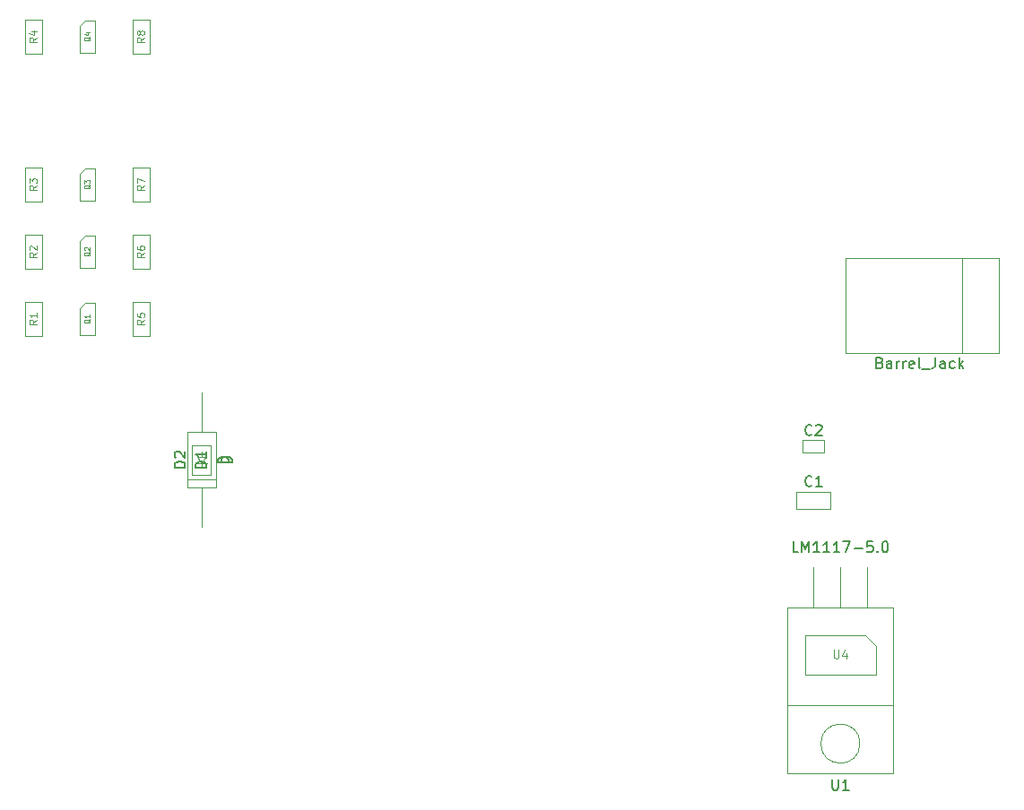
<source format=gbr>
G04 #@! TF.FileFunction,Other,Fab,Top*
%FSLAX46Y46*%
G04 Gerber Fmt 4.6, Leading zero omitted, Abs format (unit mm)*
G04 Created by KiCad (PCBNEW 4.0.4-stable) date 12/10/17 00:47:25*
%MOMM*%
%LPD*%
G01*
G04 APERTURE LIST*
%ADD10C,0.250000*%
%ADD11C,0.100000*%
%ADD12C,0.150000*%
%ADD13C,0.075000*%
%ADD14C,0.105000*%
%ADD15C,0.120000*%
G04 APERTURE END LIST*
D10*
D11*
X174930000Y-119545000D02*
X174930000Y-117945000D01*
X178130000Y-119545000D02*
X174930000Y-119545000D01*
X178130000Y-117945000D02*
X178130000Y-119545000D01*
X174930000Y-117945000D02*
X178130000Y-117945000D01*
X175530000Y-114285000D02*
X175530000Y-113045000D01*
X177530000Y-114285000D02*
X175530000Y-114285000D01*
X177530000Y-113045000D02*
X177530000Y-114285000D01*
X175530000Y-113045000D02*
X177530000Y-113045000D01*
X117395000Y-117535000D02*
X120095000Y-117535000D01*
X120095000Y-117535000D02*
X120095000Y-112335000D01*
X120095000Y-112335000D02*
X117395000Y-112335000D01*
X117395000Y-112335000D02*
X117395000Y-117535000D01*
X118745000Y-121285000D02*
X118745000Y-117535000D01*
X118745000Y-108585000D02*
X118745000Y-112335000D01*
X117395000Y-116755000D02*
X120095000Y-116755000D01*
X190540000Y-104830000D02*
X190540000Y-95830000D01*
X194040000Y-104830000D02*
X194040000Y-95830000D01*
X194040000Y-95830000D02*
X179540000Y-95830000D01*
X179540000Y-95830000D02*
X179540000Y-104830000D01*
X179540000Y-104830000D02*
X194040000Y-104830000D01*
X107250000Y-100650000D02*
X107250000Y-103100000D01*
X107800000Y-100080000D02*
X108650000Y-100080000D01*
X107250000Y-100650000D02*
X107800000Y-100080000D01*
X108650000Y-100080000D02*
X108650000Y-103120000D01*
X107250000Y-103120000D02*
X108650000Y-103120000D01*
X107250000Y-94300000D02*
X107250000Y-96750000D01*
X107800000Y-93730000D02*
X108650000Y-93730000D01*
X107250000Y-94300000D02*
X107800000Y-93730000D01*
X108650000Y-93730000D02*
X108650000Y-96770000D01*
X107250000Y-96770000D02*
X108650000Y-96770000D01*
X107250000Y-87950000D02*
X107250000Y-90400000D01*
X107800000Y-87380000D02*
X108650000Y-87380000D01*
X107250000Y-87950000D02*
X107800000Y-87380000D01*
X108650000Y-87380000D02*
X108650000Y-90420000D01*
X107250000Y-90420000D02*
X108650000Y-90420000D01*
X107250000Y-73980000D02*
X107250000Y-76430000D01*
X107800000Y-73410000D02*
X108650000Y-73410000D01*
X107250000Y-73980000D02*
X107800000Y-73410000D01*
X108650000Y-73410000D02*
X108650000Y-76450000D01*
X107250000Y-76450000D02*
X108650000Y-76450000D01*
X102070000Y-100000000D02*
X103670000Y-100000000D01*
X102070000Y-103200000D02*
X102070000Y-100000000D01*
X103670000Y-103200000D02*
X102070000Y-103200000D01*
X103670000Y-100000000D02*
X103670000Y-103200000D01*
X102070000Y-93650000D02*
X103670000Y-93650000D01*
X102070000Y-96850000D02*
X102070000Y-93650000D01*
X103670000Y-96850000D02*
X102070000Y-96850000D01*
X103670000Y-93650000D02*
X103670000Y-96850000D01*
X102070000Y-87300000D02*
X103670000Y-87300000D01*
X102070000Y-90500000D02*
X102070000Y-87300000D01*
X103670000Y-90500000D02*
X102070000Y-90500000D01*
X103670000Y-87300000D02*
X103670000Y-90500000D01*
X102070000Y-73330000D02*
X103670000Y-73330000D01*
X102070000Y-76530000D02*
X102070000Y-73330000D01*
X103670000Y-76530000D02*
X102070000Y-76530000D01*
X103670000Y-73330000D02*
X103670000Y-76530000D01*
X112230000Y-100000000D02*
X113830000Y-100000000D01*
X112230000Y-103200000D02*
X112230000Y-100000000D01*
X113830000Y-103200000D02*
X112230000Y-103200000D01*
X113830000Y-100000000D02*
X113830000Y-103200000D01*
X112230000Y-93650000D02*
X113830000Y-93650000D01*
X112230000Y-96850000D02*
X112230000Y-93650000D01*
X113830000Y-96850000D02*
X112230000Y-96850000D01*
X113830000Y-93650000D02*
X113830000Y-96850000D01*
X112230000Y-87300000D02*
X113830000Y-87300000D01*
X112230000Y-90500000D02*
X112230000Y-87300000D01*
X113830000Y-90500000D02*
X112230000Y-90500000D01*
X113830000Y-87300000D02*
X113830000Y-90500000D01*
X112230000Y-73330000D02*
X113830000Y-73330000D01*
X112230000Y-76530000D02*
X112230000Y-73330000D01*
X113830000Y-76530000D02*
X112230000Y-76530000D01*
X113830000Y-73330000D02*
X113830000Y-76530000D01*
X184070000Y-138155000D02*
X184070000Y-144555000D01*
X184070000Y-144555000D02*
X174070000Y-144555000D01*
X174070000Y-144555000D02*
X174070000Y-138155000D01*
X174070000Y-138155000D02*
X184070000Y-138155000D01*
X184070000Y-128905000D02*
X184070000Y-138155000D01*
X184070000Y-138155000D02*
X174070000Y-138155000D01*
X174070000Y-138155000D02*
X174070000Y-128905000D01*
X174070000Y-128905000D02*
X184070000Y-128905000D01*
X181610000Y-128905000D02*
X181610000Y-125095000D01*
X179070000Y-128905000D02*
X179070000Y-125095000D01*
X176530000Y-128905000D02*
X176530000Y-125095000D01*
X180920000Y-141755000D02*
G75*
G03X180920000Y-141755000I-1850000J0D01*
G01*
X118745000Y-114685000D02*
X118745000Y-114185000D01*
X119145000Y-114685000D02*
X118745000Y-115285000D01*
X118345000Y-114685000D02*
X119145000Y-114685000D01*
X118745000Y-115285000D02*
X118345000Y-114685000D01*
X118745000Y-115285000D02*
X119295000Y-115285000D01*
X118745000Y-115285000D02*
X118195000Y-115285000D01*
X118745000Y-115685000D02*
X118745000Y-115285000D01*
X119645000Y-116335000D02*
X117845000Y-116335000D01*
X119645000Y-113535000D02*
X119645000Y-116335000D01*
X117845000Y-113535000D02*
X119645000Y-113535000D01*
X117845000Y-116335000D02*
X117845000Y-113535000D01*
X181420000Y-131500000D02*
X182420000Y-132500000D01*
X181420000Y-131500000D02*
X175720000Y-131500000D01*
X182420000Y-132500000D02*
X182420000Y-135200000D01*
X175720000Y-131500000D02*
X175720000Y-135200000D01*
X182420000Y-135200000D02*
X175720000Y-135200000D01*
D12*
X176363334Y-117352143D02*
X176315715Y-117399762D01*
X176172858Y-117447381D01*
X176077620Y-117447381D01*
X175934762Y-117399762D01*
X175839524Y-117304524D01*
X175791905Y-117209286D01*
X175744286Y-117018810D01*
X175744286Y-116875952D01*
X175791905Y-116685476D01*
X175839524Y-116590238D01*
X175934762Y-116495000D01*
X176077620Y-116447381D01*
X176172858Y-116447381D01*
X176315715Y-116495000D01*
X176363334Y-116542619D01*
X177315715Y-117447381D02*
X176744286Y-117447381D01*
X177030000Y-117447381D02*
X177030000Y-116447381D01*
X176934762Y-116590238D01*
X176839524Y-116685476D01*
X176744286Y-116733095D01*
X176363334Y-112522143D02*
X176315715Y-112569762D01*
X176172858Y-112617381D01*
X176077620Y-112617381D01*
X175934762Y-112569762D01*
X175839524Y-112474524D01*
X175791905Y-112379286D01*
X175744286Y-112188810D01*
X175744286Y-112045952D01*
X175791905Y-111855476D01*
X175839524Y-111760238D01*
X175934762Y-111665000D01*
X176077620Y-111617381D01*
X176172858Y-111617381D01*
X176315715Y-111665000D01*
X176363334Y-111712619D01*
X176744286Y-111712619D02*
X176791905Y-111665000D01*
X176887143Y-111617381D01*
X177125239Y-111617381D01*
X177220477Y-111665000D01*
X177268096Y-111712619D01*
X177315715Y-111807857D01*
X177315715Y-111903095D01*
X177268096Y-112045952D01*
X176696667Y-112617381D01*
X177315715Y-112617381D01*
X121607381Y-115196905D02*
X120607381Y-115196905D01*
X120607381Y-114958810D01*
X120655000Y-114815952D01*
X120750238Y-114720714D01*
X120845476Y-114673095D01*
X121035952Y-114625476D01*
X121178810Y-114625476D01*
X121369286Y-114673095D01*
X121464524Y-114720714D01*
X121559762Y-114815952D01*
X121607381Y-114958810D01*
X121607381Y-115196905D01*
X119197381Y-115673095D02*
X118197381Y-115673095D01*
X118197381Y-115435000D01*
X118245000Y-115292142D01*
X118340238Y-115196904D01*
X118435476Y-115149285D01*
X118625952Y-115101666D01*
X118768810Y-115101666D01*
X118959286Y-115149285D01*
X119054524Y-115196904D01*
X119149762Y-115292142D01*
X119197381Y-115435000D01*
X119197381Y-115673095D01*
X119197381Y-114149285D02*
X119197381Y-114720714D01*
X119197381Y-114435000D02*
X118197381Y-114435000D01*
X118340238Y-114530238D01*
X118435476Y-114625476D01*
X118483095Y-114720714D01*
X182801904Y-105758571D02*
X182944761Y-105806190D01*
X182992380Y-105853810D01*
X183039999Y-105949048D01*
X183039999Y-106091905D01*
X182992380Y-106187143D01*
X182944761Y-106234762D01*
X182849523Y-106282381D01*
X182468570Y-106282381D01*
X182468570Y-105282381D01*
X182801904Y-105282381D01*
X182897142Y-105330000D01*
X182944761Y-105377619D01*
X182992380Y-105472857D01*
X182992380Y-105568095D01*
X182944761Y-105663333D01*
X182897142Y-105710952D01*
X182801904Y-105758571D01*
X182468570Y-105758571D01*
X183897142Y-106282381D02*
X183897142Y-105758571D01*
X183849523Y-105663333D01*
X183754285Y-105615714D01*
X183563808Y-105615714D01*
X183468570Y-105663333D01*
X183897142Y-106234762D02*
X183801904Y-106282381D01*
X183563808Y-106282381D01*
X183468570Y-106234762D01*
X183420951Y-106139524D01*
X183420951Y-106044286D01*
X183468570Y-105949048D01*
X183563808Y-105901429D01*
X183801904Y-105901429D01*
X183897142Y-105853810D01*
X184373332Y-106282381D02*
X184373332Y-105615714D01*
X184373332Y-105806190D02*
X184420951Y-105710952D01*
X184468570Y-105663333D01*
X184563808Y-105615714D01*
X184659047Y-105615714D01*
X184992380Y-106282381D02*
X184992380Y-105615714D01*
X184992380Y-105806190D02*
X185039999Y-105710952D01*
X185087618Y-105663333D01*
X185182856Y-105615714D01*
X185278095Y-105615714D01*
X185992381Y-106234762D02*
X185897143Y-106282381D01*
X185706666Y-106282381D01*
X185611428Y-106234762D01*
X185563809Y-106139524D01*
X185563809Y-105758571D01*
X185611428Y-105663333D01*
X185706666Y-105615714D01*
X185897143Y-105615714D01*
X185992381Y-105663333D01*
X186040000Y-105758571D01*
X186040000Y-105853810D01*
X185563809Y-105949048D01*
X186611428Y-106282381D02*
X186516190Y-106234762D01*
X186468571Y-106139524D01*
X186468571Y-105282381D01*
X186754286Y-106377619D02*
X187516191Y-106377619D01*
X188040001Y-105282381D02*
X188040001Y-105996667D01*
X187992381Y-106139524D01*
X187897143Y-106234762D01*
X187754286Y-106282381D01*
X187659048Y-106282381D01*
X188944763Y-106282381D02*
X188944763Y-105758571D01*
X188897144Y-105663333D01*
X188801906Y-105615714D01*
X188611429Y-105615714D01*
X188516191Y-105663333D01*
X188944763Y-106234762D02*
X188849525Y-106282381D01*
X188611429Y-106282381D01*
X188516191Y-106234762D01*
X188468572Y-106139524D01*
X188468572Y-106044286D01*
X188516191Y-105949048D01*
X188611429Y-105901429D01*
X188849525Y-105901429D01*
X188944763Y-105853810D01*
X189849525Y-106234762D02*
X189754287Y-106282381D01*
X189563810Y-106282381D01*
X189468572Y-106234762D01*
X189420953Y-106187143D01*
X189373334Y-106091905D01*
X189373334Y-105806190D01*
X189420953Y-105710952D01*
X189468572Y-105663333D01*
X189563810Y-105615714D01*
X189754287Y-105615714D01*
X189849525Y-105663333D01*
X190278096Y-106282381D02*
X190278096Y-105282381D01*
X190373334Y-105901429D02*
X190659049Y-106282381D01*
X190659049Y-105615714D02*
X190278096Y-105996667D01*
D13*
X108223810Y-101647619D02*
X108200000Y-101695238D01*
X108152381Y-101742857D01*
X108080952Y-101814286D01*
X108057143Y-101861905D01*
X108057143Y-101909524D01*
X108176190Y-101885714D02*
X108152381Y-101933333D01*
X108104762Y-101980952D01*
X108009524Y-102004762D01*
X107842857Y-102004762D01*
X107747619Y-101980952D01*
X107700000Y-101933333D01*
X107676190Y-101885714D01*
X107676190Y-101790476D01*
X107700000Y-101742857D01*
X107747619Y-101695238D01*
X107842857Y-101671429D01*
X108009524Y-101671429D01*
X108104762Y-101695238D01*
X108152381Y-101742857D01*
X108176190Y-101790476D01*
X108176190Y-101885714D01*
X108176190Y-101195238D02*
X108176190Y-101480952D01*
X108176190Y-101338095D02*
X107676190Y-101338095D01*
X107747619Y-101385714D01*
X107795238Y-101433333D01*
X107819048Y-101480952D01*
X108223810Y-95297619D02*
X108200000Y-95345238D01*
X108152381Y-95392857D01*
X108080952Y-95464286D01*
X108057143Y-95511905D01*
X108057143Y-95559524D01*
X108176190Y-95535714D02*
X108152381Y-95583333D01*
X108104762Y-95630952D01*
X108009524Y-95654762D01*
X107842857Y-95654762D01*
X107747619Y-95630952D01*
X107700000Y-95583333D01*
X107676190Y-95535714D01*
X107676190Y-95440476D01*
X107700000Y-95392857D01*
X107747619Y-95345238D01*
X107842857Y-95321429D01*
X108009524Y-95321429D01*
X108104762Y-95345238D01*
X108152381Y-95392857D01*
X108176190Y-95440476D01*
X108176190Y-95535714D01*
X107723810Y-95130952D02*
X107700000Y-95107142D01*
X107676190Y-95059523D01*
X107676190Y-94940476D01*
X107700000Y-94892857D01*
X107723810Y-94869047D01*
X107771429Y-94845238D01*
X107819048Y-94845238D01*
X107890476Y-94869047D01*
X108176190Y-95154761D01*
X108176190Y-94845238D01*
X108223810Y-88947619D02*
X108200000Y-88995238D01*
X108152381Y-89042857D01*
X108080952Y-89114286D01*
X108057143Y-89161905D01*
X108057143Y-89209524D01*
X108176190Y-89185714D02*
X108152381Y-89233333D01*
X108104762Y-89280952D01*
X108009524Y-89304762D01*
X107842857Y-89304762D01*
X107747619Y-89280952D01*
X107700000Y-89233333D01*
X107676190Y-89185714D01*
X107676190Y-89090476D01*
X107700000Y-89042857D01*
X107747619Y-88995238D01*
X107842857Y-88971429D01*
X108009524Y-88971429D01*
X108104762Y-88995238D01*
X108152381Y-89042857D01*
X108176190Y-89090476D01*
X108176190Y-89185714D01*
X107676190Y-88804761D02*
X107676190Y-88495238D01*
X107866667Y-88661904D01*
X107866667Y-88590476D01*
X107890476Y-88542857D01*
X107914286Y-88519047D01*
X107961905Y-88495238D01*
X108080952Y-88495238D01*
X108128571Y-88519047D01*
X108152381Y-88542857D01*
X108176190Y-88590476D01*
X108176190Y-88733333D01*
X108152381Y-88780952D01*
X108128571Y-88804761D01*
X108223810Y-74977619D02*
X108200000Y-75025238D01*
X108152381Y-75072857D01*
X108080952Y-75144286D01*
X108057143Y-75191905D01*
X108057143Y-75239524D01*
X108176190Y-75215714D02*
X108152381Y-75263333D01*
X108104762Y-75310952D01*
X108009524Y-75334762D01*
X107842857Y-75334762D01*
X107747619Y-75310952D01*
X107700000Y-75263333D01*
X107676190Y-75215714D01*
X107676190Y-75120476D01*
X107700000Y-75072857D01*
X107747619Y-75025238D01*
X107842857Y-75001429D01*
X108009524Y-75001429D01*
X108104762Y-75025238D01*
X108152381Y-75072857D01*
X108176190Y-75120476D01*
X108176190Y-75215714D01*
X107842857Y-74572857D02*
X108176190Y-74572857D01*
X107652381Y-74691904D02*
X108009524Y-74810952D01*
X108009524Y-74501428D01*
D14*
X103186667Y-101716666D02*
X102853333Y-101950000D01*
X103186667Y-102116666D02*
X102486667Y-102116666D01*
X102486667Y-101850000D01*
X102520000Y-101783333D01*
X102553333Y-101750000D01*
X102620000Y-101716666D01*
X102720000Y-101716666D01*
X102786667Y-101750000D01*
X102820000Y-101783333D01*
X102853333Y-101850000D01*
X102853333Y-102116666D01*
X103186667Y-101050000D02*
X103186667Y-101450000D01*
X103186667Y-101250000D02*
X102486667Y-101250000D01*
X102586667Y-101316666D01*
X102653333Y-101383333D01*
X102686667Y-101450000D01*
X103186667Y-95366666D02*
X102853333Y-95600000D01*
X103186667Y-95766666D02*
X102486667Y-95766666D01*
X102486667Y-95500000D01*
X102520000Y-95433333D01*
X102553333Y-95400000D01*
X102620000Y-95366666D01*
X102720000Y-95366666D01*
X102786667Y-95400000D01*
X102820000Y-95433333D01*
X102853333Y-95500000D01*
X102853333Y-95766666D01*
X102553333Y-95100000D02*
X102520000Y-95066666D01*
X102486667Y-95000000D01*
X102486667Y-94833333D01*
X102520000Y-94766666D01*
X102553333Y-94733333D01*
X102620000Y-94700000D01*
X102686667Y-94700000D01*
X102786667Y-94733333D01*
X103186667Y-95133333D01*
X103186667Y-94700000D01*
X103186667Y-89016666D02*
X102853333Y-89250000D01*
X103186667Y-89416666D02*
X102486667Y-89416666D01*
X102486667Y-89150000D01*
X102520000Y-89083333D01*
X102553333Y-89050000D01*
X102620000Y-89016666D01*
X102720000Y-89016666D01*
X102786667Y-89050000D01*
X102820000Y-89083333D01*
X102853333Y-89150000D01*
X102853333Y-89416666D01*
X102486667Y-88783333D02*
X102486667Y-88350000D01*
X102753333Y-88583333D01*
X102753333Y-88483333D01*
X102786667Y-88416666D01*
X102820000Y-88383333D01*
X102886667Y-88350000D01*
X103053333Y-88350000D01*
X103120000Y-88383333D01*
X103153333Y-88416666D01*
X103186667Y-88483333D01*
X103186667Y-88683333D01*
X103153333Y-88750000D01*
X103120000Y-88783333D01*
X103186667Y-75046666D02*
X102853333Y-75280000D01*
X103186667Y-75446666D02*
X102486667Y-75446666D01*
X102486667Y-75180000D01*
X102520000Y-75113333D01*
X102553333Y-75080000D01*
X102620000Y-75046666D01*
X102720000Y-75046666D01*
X102786667Y-75080000D01*
X102820000Y-75113333D01*
X102853333Y-75180000D01*
X102853333Y-75446666D01*
X102720000Y-74446666D02*
X103186667Y-74446666D01*
X102453333Y-74613333D02*
X102953333Y-74780000D01*
X102953333Y-74346666D01*
X113346667Y-101716666D02*
X113013333Y-101950000D01*
X113346667Y-102116666D02*
X112646667Y-102116666D01*
X112646667Y-101850000D01*
X112680000Y-101783333D01*
X112713333Y-101750000D01*
X112780000Y-101716666D01*
X112880000Y-101716666D01*
X112946667Y-101750000D01*
X112980000Y-101783333D01*
X113013333Y-101850000D01*
X113013333Y-102116666D01*
X112646667Y-101083333D02*
X112646667Y-101416666D01*
X112980000Y-101450000D01*
X112946667Y-101416666D01*
X112913333Y-101350000D01*
X112913333Y-101183333D01*
X112946667Y-101116666D01*
X112980000Y-101083333D01*
X113046667Y-101050000D01*
X113213333Y-101050000D01*
X113280000Y-101083333D01*
X113313333Y-101116666D01*
X113346667Y-101183333D01*
X113346667Y-101350000D01*
X113313333Y-101416666D01*
X113280000Y-101450000D01*
X113346667Y-95366666D02*
X113013333Y-95600000D01*
X113346667Y-95766666D02*
X112646667Y-95766666D01*
X112646667Y-95500000D01*
X112680000Y-95433333D01*
X112713333Y-95400000D01*
X112780000Y-95366666D01*
X112880000Y-95366666D01*
X112946667Y-95400000D01*
X112980000Y-95433333D01*
X113013333Y-95500000D01*
X113013333Y-95766666D01*
X112646667Y-94766666D02*
X112646667Y-94900000D01*
X112680000Y-94966666D01*
X112713333Y-95000000D01*
X112813333Y-95066666D01*
X112946667Y-95100000D01*
X113213333Y-95100000D01*
X113280000Y-95066666D01*
X113313333Y-95033333D01*
X113346667Y-94966666D01*
X113346667Y-94833333D01*
X113313333Y-94766666D01*
X113280000Y-94733333D01*
X113213333Y-94700000D01*
X113046667Y-94700000D01*
X112980000Y-94733333D01*
X112946667Y-94766666D01*
X112913333Y-94833333D01*
X112913333Y-94966666D01*
X112946667Y-95033333D01*
X112980000Y-95066666D01*
X113046667Y-95100000D01*
X113346667Y-89016666D02*
X113013333Y-89250000D01*
X113346667Y-89416666D02*
X112646667Y-89416666D01*
X112646667Y-89150000D01*
X112680000Y-89083333D01*
X112713333Y-89050000D01*
X112780000Y-89016666D01*
X112880000Y-89016666D01*
X112946667Y-89050000D01*
X112980000Y-89083333D01*
X113013333Y-89150000D01*
X113013333Y-89416666D01*
X112646667Y-88783333D02*
X112646667Y-88316666D01*
X113346667Y-88616666D01*
X113346667Y-75046666D02*
X113013333Y-75280000D01*
X113346667Y-75446666D02*
X112646667Y-75446666D01*
X112646667Y-75180000D01*
X112680000Y-75113333D01*
X112713333Y-75080000D01*
X112780000Y-75046666D01*
X112880000Y-75046666D01*
X112946667Y-75080000D01*
X112980000Y-75113333D01*
X113013333Y-75180000D01*
X113013333Y-75446666D01*
X112946667Y-74646666D02*
X112913333Y-74713333D01*
X112880000Y-74746666D01*
X112813333Y-74780000D01*
X112780000Y-74780000D01*
X112713333Y-74746666D01*
X112680000Y-74713333D01*
X112646667Y-74646666D01*
X112646667Y-74513333D01*
X112680000Y-74446666D01*
X112713333Y-74413333D01*
X112780000Y-74380000D01*
X112813333Y-74380000D01*
X112880000Y-74413333D01*
X112913333Y-74446666D01*
X112946667Y-74513333D01*
X112946667Y-74646666D01*
X112980000Y-74713333D01*
X113013333Y-74746666D01*
X113080000Y-74780000D01*
X113213333Y-74780000D01*
X113280000Y-74746666D01*
X113313333Y-74713333D01*
X113346667Y-74646666D01*
X113346667Y-74513333D01*
X113313333Y-74446666D01*
X113280000Y-74413333D01*
X113213333Y-74380000D01*
X113080000Y-74380000D01*
X113013333Y-74413333D01*
X112980000Y-74446666D01*
X112946667Y-74513333D01*
D12*
X175093810Y-123647381D02*
X174617619Y-123647381D01*
X174617619Y-122647381D01*
X175427143Y-123647381D02*
X175427143Y-122647381D01*
X175760477Y-123361667D01*
X176093810Y-122647381D01*
X176093810Y-123647381D01*
X177093810Y-123647381D02*
X176522381Y-123647381D01*
X176808095Y-123647381D02*
X176808095Y-122647381D01*
X176712857Y-122790238D01*
X176617619Y-122885476D01*
X176522381Y-122933095D01*
X178046191Y-123647381D02*
X177474762Y-123647381D01*
X177760476Y-123647381D02*
X177760476Y-122647381D01*
X177665238Y-122790238D01*
X177570000Y-122885476D01*
X177474762Y-122933095D01*
X178998572Y-123647381D02*
X178427143Y-123647381D01*
X178712857Y-123647381D02*
X178712857Y-122647381D01*
X178617619Y-122790238D01*
X178522381Y-122885476D01*
X178427143Y-122933095D01*
X179331905Y-122647381D02*
X179998572Y-122647381D01*
X179570000Y-123647381D01*
X180379524Y-123266429D02*
X181141429Y-123266429D01*
X182093810Y-122647381D02*
X181617619Y-122647381D01*
X181570000Y-123123571D01*
X181617619Y-123075952D01*
X181712857Y-123028333D01*
X181950953Y-123028333D01*
X182046191Y-123075952D01*
X182093810Y-123123571D01*
X182141429Y-123218810D01*
X182141429Y-123456905D01*
X182093810Y-123552143D01*
X182046191Y-123599762D01*
X181950953Y-123647381D01*
X181712857Y-123647381D01*
X181617619Y-123599762D01*
X181570000Y-123552143D01*
X182570000Y-123552143D02*
X182617619Y-123599762D01*
X182570000Y-123647381D01*
X182522381Y-123599762D01*
X182570000Y-123552143D01*
X182570000Y-123647381D01*
X183236666Y-122647381D02*
X183331905Y-122647381D01*
X183427143Y-122695000D01*
X183474762Y-122742619D01*
X183522381Y-122837857D01*
X183570000Y-123028333D01*
X183570000Y-123266429D01*
X183522381Y-123456905D01*
X183474762Y-123552143D01*
X183427143Y-123599762D01*
X183331905Y-123647381D01*
X183236666Y-123647381D01*
X183141428Y-123599762D01*
X183093809Y-123552143D01*
X183046190Y-123456905D01*
X182998571Y-123266429D01*
X182998571Y-123028333D01*
X183046190Y-122837857D01*
X183093809Y-122742619D01*
X183141428Y-122695000D01*
X183236666Y-122647381D01*
X178308095Y-145127381D02*
X178308095Y-145936905D01*
X178355714Y-146032143D01*
X178403333Y-146079762D01*
X178498571Y-146127381D01*
X178689048Y-146127381D01*
X178784286Y-146079762D01*
X178831905Y-146032143D01*
X178879524Y-145936905D01*
X178879524Y-145127381D01*
X179879524Y-146127381D02*
X179308095Y-146127381D01*
X179593809Y-146127381D02*
X179593809Y-145127381D01*
X179498571Y-145270238D01*
X179403333Y-145365476D01*
X179308095Y-145413095D01*
X121297381Y-115196905D02*
X120297381Y-115196905D01*
X120297381Y-114958810D01*
X120345000Y-114815952D01*
X120440238Y-114720714D01*
X120535476Y-114673095D01*
X120725952Y-114625476D01*
X120868810Y-114625476D01*
X121059286Y-114673095D01*
X121154524Y-114720714D01*
X121249762Y-114815952D01*
X121297381Y-114958810D01*
X121297381Y-115196905D01*
X117197381Y-115673095D02*
X116197381Y-115673095D01*
X116197381Y-115435000D01*
X116245000Y-115292142D01*
X116340238Y-115196904D01*
X116435476Y-115149285D01*
X116625952Y-115101666D01*
X116768810Y-115101666D01*
X116959286Y-115149285D01*
X117054524Y-115196904D01*
X117149762Y-115292142D01*
X117197381Y-115435000D01*
X117197381Y-115673095D01*
X116292619Y-114720714D02*
X116245000Y-114673095D01*
X116197381Y-114577857D01*
X116197381Y-114339761D01*
X116245000Y-114244523D01*
X116292619Y-114196904D01*
X116387857Y-114149285D01*
X116483095Y-114149285D01*
X116625952Y-114196904D01*
X117197381Y-114768333D01*
X117197381Y-114149285D01*
D15*
X178460476Y-132911905D02*
X178460476Y-133559524D01*
X178498571Y-133635714D01*
X178536667Y-133673810D01*
X178612857Y-133711905D01*
X178765238Y-133711905D01*
X178841429Y-133673810D01*
X178879524Y-133635714D01*
X178917619Y-133559524D01*
X178917619Y-132911905D01*
X179641428Y-133178571D02*
X179641428Y-133711905D01*
X179450952Y-132873810D02*
X179260476Y-133445238D01*
X179755714Y-133445238D01*
M02*

</source>
